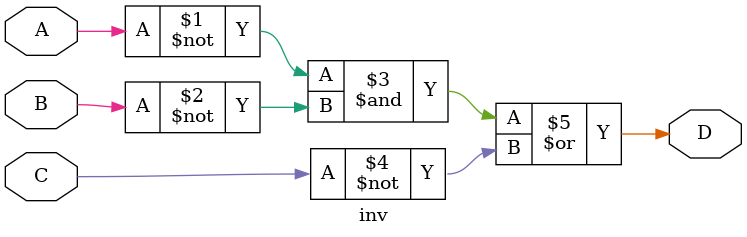
<source format=v>
`timescale 1ns / 1ps

module inv(
    input A,
    input B,
    input C,
    output D
    );
    
    assign D =  ( (~A)&(~B) ) | (~C);
    
endmodule

</source>
